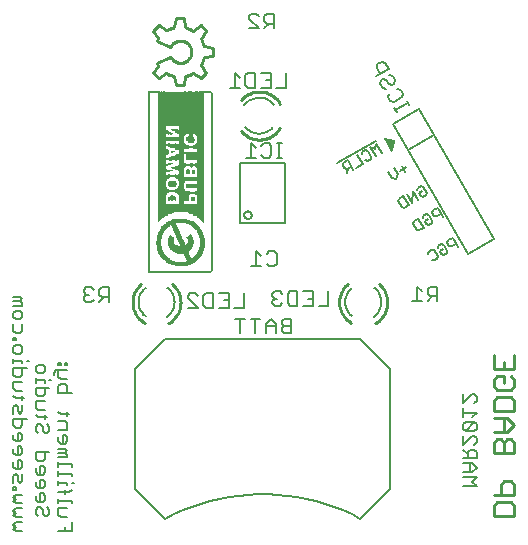
<source format=gbo>
G75*
G70*
%OFA0B0*%
%FSLAX24Y24*%
%IPPOS*%
%LPD*%
%AMOC8*
5,1,8,0,0,1.08239X$1,22.5*
%
%ADD10C,0.0090*%
%ADD11C,0.0060*%
%ADD12C,0.0050*%
%ADD13C,0.0070*%
%ADD14C,0.0100*%
%ADD15C,0.0025*%
%ADD16R,0.0015X0.6045*%
%ADD17R,0.0015X0.6045*%
%ADD18R,0.0015X0.0045*%
%ADD19R,0.0015X0.0045*%
%ADD20R,0.0015X0.0165*%
%ADD21R,0.0015X0.0345*%
%ADD22R,0.0015X0.0465*%
%ADD23R,0.0015X0.0555*%
%ADD24R,0.0015X0.0630*%
%ADD25R,0.0015X0.0705*%
%ADD26R,0.0015X0.4335*%
%ADD27R,0.0015X0.0765*%
%ADD28R,0.0015X0.4320*%
%ADD29R,0.0015X0.0795*%
%ADD30R,0.0015X0.4305*%
%ADD31R,0.0015X0.0855*%
%ADD32R,0.0015X0.4290*%
%ADD33R,0.0015X0.0915*%
%ADD34R,0.0015X0.4275*%
%ADD35R,0.0015X0.0360*%
%ADD36R,0.0015X0.4260*%
%ADD37R,0.0015X0.0315*%
%ADD38R,0.0015X0.4245*%
%ADD39R,0.0015X0.0300*%
%ADD40R,0.0015X0.4230*%
%ADD41R,0.0015X0.0270*%
%ADD42R,0.0015X0.0255*%
%ADD43R,0.0015X0.4215*%
%ADD44R,0.0015X0.0240*%
%ADD45R,0.0015X0.4200*%
%ADD46R,0.0015X0.0225*%
%ADD47R,0.0015X0.4185*%
%ADD48R,0.0015X0.0210*%
%ADD49R,0.0015X0.4170*%
%ADD50R,0.0015X0.4155*%
%ADD51R,0.0015X0.0195*%
%ADD52R,0.0015X0.0405*%
%ADD53R,0.0015X0.0105*%
%ADD54R,0.0015X0.0060*%
%ADD55R,0.0015X0.0075*%
%ADD56R,0.0015X0.0180*%
%ADD57R,0.0015X0.1155*%
%ADD58R,0.0015X0.0390*%
%ADD59R,0.0015X0.0090*%
%ADD60R,0.0015X0.0150*%
%ADD61R,0.0015X0.0135*%
%ADD62R,0.0015X0.0375*%
%ADD63R,0.0015X0.0120*%
%ADD64R,0.0015X0.0330*%
%ADD65R,0.0015X0.0435*%
%ADD66R,0.0015X0.0030*%
%ADD67R,0.0015X0.0480*%
%ADD68R,0.0015X0.0495*%
%ADD69R,0.0015X0.0015*%
%ADD70R,0.0015X0.0285*%
%ADD71R,0.0015X0.0450*%
%ADD72R,0.0015X0.0525*%
%ADD73R,0.0015X0.0885*%
%ADD74R,0.0015X0.3015*%
%ADD75R,0.0015X0.4020*%
%ADD76R,0.0015X0.0600*%
%ADD77R,0.0015X0.0570*%
%ADD78R,0.0015X0.0825*%
%ADD79R,0.0015X0.1440*%
%ADD80R,0.0015X0.1545*%
%ADD81R,0.0015X0.1500*%
%ADD82R,0.0015X0.1485*%
%ADD83R,0.0015X0.1455*%
%ADD84R,0.0015X0.1425*%
%ADD85R,0.0015X0.0510*%
%ADD86R,0.0015X0.0720*%
%ADD87R,0.0015X0.1410*%
%ADD88R,0.0015X0.0750*%
%ADD89R,0.0015X0.0945*%
%ADD90R,0.0015X0.0420*%
%ADD91R,0.0015X0.1395*%
%ADD92R,0.0015X0.1710*%
%ADD93R,0.0015X0.1695*%
%ADD94R,0.0015X0.1515*%
%ADD95R,0.0015X0.2565*%
%ADD96R,0.0015X0.1575*%
%ADD97R,0.0015X0.4350*%
%ADD98R,0.0015X0.4365*%
%ADD99R,0.0015X0.4395*%
%ADD100R,0.0015X0.0060*%
%ADD101R,0.0015X0.5985*%
%ADD102R,0.0015X0.5955*%
%ADD103R,0.0015X0.5910*%
D10*
X017706Y001206D02*
X017706Y001542D01*
X017818Y001653D01*
X018265Y001653D01*
X018377Y001542D01*
X018377Y001206D01*
X017706Y001206D01*
X017706Y001906D02*
X018377Y001906D01*
X018377Y002241D01*
X018265Y002353D01*
X018042Y002353D01*
X017930Y002241D01*
X017930Y001906D01*
X018042Y003306D02*
X018042Y003641D01*
X017930Y003753D01*
X017818Y003753D01*
X017706Y003641D01*
X017706Y003306D01*
X018377Y003306D01*
X018377Y003641D01*
X018265Y003753D01*
X018153Y003753D01*
X018042Y003641D01*
X018042Y004005D02*
X018042Y004452D01*
X018153Y004452D02*
X017706Y004452D01*
X017706Y004705D02*
X017706Y005040D01*
X017818Y005152D01*
X018265Y005152D01*
X018377Y005040D01*
X018377Y004705D01*
X017706Y004705D01*
X018153Y004452D02*
X018377Y004229D01*
X018153Y004005D01*
X017706Y004005D01*
X017818Y005405D02*
X017706Y005517D01*
X017706Y005740D01*
X017818Y005852D01*
X018042Y005852D01*
X018042Y005628D01*
X018265Y005405D02*
X017818Y005405D01*
X018265Y005405D02*
X018377Y005517D01*
X018377Y005740D01*
X018265Y005852D01*
X018377Y006105D02*
X017706Y006105D01*
X017706Y006552D01*
X018042Y006328D02*
X018042Y006105D01*
X018377Y006105D02*
X018377Y006552D01*
D11*
X001765Y000838D02*
X001691Y000765D01*
X001765Y000691D01*
X001985Y000691D01*
X001765Y000838D02*
X001691Y000911D01*
X001765Y000985D01*
X001985Y000985D01*
X001985Y001152D02*
X001765Y001152D01*
X001691Y001225D01*
X001765Y001298D01*
X001691Y001372D01*
X001765Y001445D01*
X001985Y001445D01*
X001985Y001612D02*
X001765Y001612D01*
X001691Y001685D01*
X001765Y001759D01*
X001691Y001832D01*
X001765Y001906D01*
X001985Y001906D01*
X001765Y002072D02*
X001691Y002072D01*
X001691Y002146D01*
X001765Y002146D01*
X001765Y002072D01*
X001691Y002302D02*
X001691Y002523D01*
X001765Y002596D01*
X001838Y002523D01*
X001838Y002376D01*
X001911Y002302D01*
X001985Y002376D01*
X001985Y002596D01*
X001911Y002763D02*
X001985Y002836D01*
X001985Y002983D01*
X001911Y003056D01*
X001838Y003056D01*
X001838Y002763D01*
X001765Y002763D02*
X001911Y002763D01*
X001765Y002763D02*
X001691Y002836D01*
X001691Y002983D01*
X001765Y003223D02*
X001691Y003297D01*
X001691Y003443D01*
X001838Y003517D02*
X001838Y003223D01*
X001765Y003223D02*
X001911Y003223D01*
X001985Y003297D01*
X001985Y003443D01*
X001911Y003517D01*
X001838Y003517D01*
X001838Y003684D02*
X001838Y003977D01*
X001911Y003977D01*
X001985Y003904D01*
X001985Y003757D01*
X001911Y003684D01*
X001765Y003684D01*
X001691Y003757D01*
X001691Y003904D01*
X001765Y004144D02*
X001911Y004144D01*
X001985Y004217D01*
X001985Y004437D01*
X002132Y004437D02*
X001691Y004437D01*
X001691Y004217D01*
X001765Y004144D01*
X002441Y004174D02*
X002441Y004027D01*
X002515Y003953D01*
X002661Y004027D02*
X002661Y004174D01*
X002588Y004247D01*
X002515Y004247D01*
X002441Y004174D01*
X002661Y004027D02*
X002735Y003953D01*
X002808Y003953D01*
X002882Y004027D01*
X002882Y004174D01*
X002808Y004247D01*
X002735Y004414D02*
X002735Y004561D01*
X002808Y004487D02*
X002515Y004487D01*
X002441Y004561D01*
X002515Y004721D02*
X002441Y004794D01*
X002441Y005014D01*
X002735Y005014D01*
X002661Y005181D02*
X002735Y005254D01*
X002735Y005475D01*
X002882Y005475D02*
X002441Y005475D01*
X002441Y005254D01*
X002515Y005181D01*
X002661Y005181D01*
X002735Y004721D02*
X002515Y004721D01*
X001985Y004678D02*
X001985Y004898D01*
X001838Y004824D02*
X001838Y004678D01*
X001911Y004604D01*
X001985Y004678D01*
X001838Y004824D02*
X001765Y004898D01*
X001691Y004824D01*
X001691Y004604D01*
X001765Y005138D02*
X001691Y005211D01*
X001765Y005138D02*
X002058Y005138D01*
X001985Y005065D02*
X001985Y005211D01*
X001985Y005371D02*
X001765Y005371D01*
X001691Y005445D01*
X001691Y005665D01*
X001985Y005665D01*
X001911Y005832D02*
X001985Y005905D01*
X001985Y006125D01*
X002132Y006125D02*
X001691Y006125D01*
X001691Y005905D01*
X001765Y005832D01*
X001911Y005832D01*
X001985Y006292D02*
X001985Y006366D01*
X001691Y006366D01*
X001691Y006439D02*
X001691Y006292D01*
X001765Y006599D02*
X001691Y006672D01*
X001691Y006819D01*
X001765Y006893D01*
X001911Y006893D01*
X001985Y006819D01*
X001985Y006672D01*
X001911Y006599D01*
X001765Y006599D01*
X002132Y006366D02*
X002205Y006366D01*
X002441Y006168D02*
X002515Y006242D01*
X002661Y006242D01*
X002735Y006168D01*
X002735Y006022D01*
X002661Y005948D01*
X002515Y005948D01*
X002441Y006022D01*
X002441Y006168D01*
X002441Y005788D02*
X002441Y005641D01*
X002441Y005715D02*
X002735Y005715D01*
X002735Y005641D01*
X002882Y005715D02*
X002955Y005715D01*
X003044Y005902D02*
X003044Y005975D01*
X003118Y006049D01*
X003485Y006049D01*
X003485Y006215D02*
X003411Y006215D01*
X003411Y006289D01*
X003485Y006289D01*
X003485Y006215D01*
X003265Y006215D02*
X003191Y006215D01*
X003191Y006289D01*
X003265Y006289D01*
X003265Y006215D01*
X003191Y006049D02*
X003191Y005828D01*
X003265Y005755D01*
X003485Y005755D01*
X003411Y005588D02*
X003265Y005588D01*
X003191Y005515D01*
X003191Y005295D01*
X003632Y005295D01*
X003485Y005295D02*
X003485Y005515D01*
X003411Y005588D01*
X003485Y004674D02*
X003485Y004527D01*
X003558Y004601D02*
X003265Y004601D01*
X003191Y004674D01*
X003191Y004361D02*
X003411Y004361D01*
X003485Y004287D01*
X003485Y004067D01*
X003191Y004067D01*
X003338Y003900D02*
X003338Y003607D01*
X003265Y003607D02*
X003411Y003607D01*
X003485Y003680D01*
X003485Y003827D01*
X003411Y003900D01*
X003338Y003900D01*
X003191Y003827D02*
X003191Y003680D01*
X003265Y003607D01*
X003191Y003440D02*
X003411Y003440D01*
X003485Y003367D01*
X003411Y003293D01*
X003191Y003293D01*
X003191Y003146D02*
X003485Y003146D01*
X003485Y003220D01*
X003411Y003293D01*
X003191Y002986D02*
X003191Y002840D01*
X003191Y002913D02*
X003632Y002913D01*
X003632Y002840D01*
X003632Y002606D02*
X003191Y002606D01*
X003191Y002533D02*
X003191Y002679D01*
X003632Y002606D02*
X003632Y002533D01*
X003632Y002299D02*
X003705Y002299D01*
X003485Y002299D02*
X003191Y002299D01*
X003191Y002226D02*
X003191Y002373D01*
X003485Y002299D02*
X003485Y002226D01*
X003411Y002066D02*
X003411Y001919D01*
X003558Y001992D02*
X003632Y002066D01*
X003558Y001992D02*
X003191Y001992D01*
X003191Y001759D02*
X003191Y001612D01*
X003191Y001685D02*
X003632Y001685D01*
X003632Y001612D01*
X003485Y001445D02*
X003191Y001445D01*
X003191Y001225D01*
X003265Y001152D01*
X003485Y001152D01*
X003632Y000985D02*
X003632Y000691D01*
X003191Y000691D01*
X003411Y000691D02*
X003411Y000838D01*
X002882Y001265D02*
X002808Y001191D01*
X002735Y001191D01*
X002661Y001265D01*
X002661Y001411D01*
X002588Y001485D01*
X002515Y001485D01*
X002441Y001411D01*
X002441Y001265D01*
X002515Y001191D01*
X002882Y001265D02*
X002882Y001411D01*
X002808Y001485D01*
X002661Y001652D02*
X002515Y001652D01*
X002441Y001725D01*
X002441Y001872D01*
X002588Y001945D02*
X002588Y001652D01*
X002661Y001652D02*
X002735Y001725D01*
X002735Y001872D01*
X002661Y001945D01*
X002588Y001945D01*
X002588Y002112D02*
X002588Y002406D01*
X002661Y002406D01*
X002735Y002332D01*
X002735Y002185D01*
X002661Y002112D01*
X002515Y002112D01*
X002441Y002185D01*
X002441Y002332D01*
X002515Y002572D02*
X002661Y002572D01*
X002735Y002646D01*
X002735Y002792D01*
X002661Y002866D01*
X002588Y002866D01*
X002588Y002572D01*
X002515Y002572D02*
X002441Y002646D01*
X002441Y002792D01*
X002515Y003033D02*
X002661Y003033D01*
X002735Y003106D01*
X002735Y003326D01*
X002882Y003326D02*
X002441Y003326D01*
X002441Y003106D01*
X002515Y003033D01*
X001765Y007059D02*
X001691Y007059D01*
X001691Y007133D01*
X001765Y007133D01*
X001765Y007059D01*
X001765Y007290D02*
X001691Y007363D01*
X001691Y007583D01*
X001765Y007750D02*
X001691Y007823D01*
X001691Y007970D01*
X001765Y008044D01*
X001911Y008044D01*
X001985Y007970D01*
X001985Y007823D01*
X001911Y007750D01*
X001765Y007750D01*
X001985Y007583D02*
X001985Y007363D01*
X001911Y007290D01*
X001765Y007290D01*
X001691Y008210D02*
X001985Y008210D01*
X001985Y008284D01*
X001911Y008357D01*
X001985Y008430D01*
X001911Y008504D01*
X001691Y008504D01*
X001691Y008357D02*
X001911Y008357D01*
X005860Y008323D02*
X005862Y008278D01*
X005867Y008232D01*
X005875Y008188D01*
X005887Y008144D01*
X005903Y008101D01*
X005921Y008059D01*
X005943Y008019D01*
X005967Y007981D01*
X005994Y007945D01*
X006024Y007910D01*
X006057Y007879D01*
X006092Y007849D01*
X005860Y008323D02*
X005862Y008368D01*
X005867Y008414D01*
X005875Y008458D01*
X005887Y008502D01*
X005903Y008545D01*
X005921Y008587D01*
X005943Y008627D01*
X005967Y008665D01*
X005994Y008701D01*
X006024Y008736D01*
X006057Y008767D01*
X006092Y008797D01*
X007060Y008323D02*
X007058Y008277D01*
X007053Y008231D01*
X007044Y008185D01*
X007032Y008140D01*
X007016Y008097D01*
X006997Y008055D01*
X006974Y008014D01*
X006949Y007975D01*
X006921Y007939D01*
X006890Y007904D01*
X006856Y007872D01*
X006820Y007843D01*
X007060Y008323D02*
X007058Y008370D01*
X007052Y008418D01*
X007043Y008464D01*
X007030Y008510D01*
X007014Y008554D01*
X006994Y008598D01*
X006970Y008639D01*
X006944Y008678D01*
X006914Y008715D01*
X006881Y008750D01*
X006846Y008782D01*
X006809Y008811D01*
X012750Y008323D02*
X012752Y008278D01*
X012757Y008232D01*
X012765Y008188D01*
X012777Y008144D01*
X012793Y008101D01*
X012811Y008059D01*
X012833Y008019D01*
X012857Y007981D01*
X012884Y007945D01*
X012914Y007910D01*
X012947Y007879D01*
X012982Y007849D01*
X012750Y008323D02*
X012752Y008368D01*
X012757Y008414D01*
X012765Y008458D01*
X012777Y008502D01*
X012793Y008545D01*
X012811Y008587D01*
X012833Y008627D01*
X012857Y008665D01*
X012884Y008701D01*
X012914Y008736D01*
X012947Y008767D01*
X012982Y008797D01*
X013950Y008323D02*
X013948Y008277D01*
X013943Y008231D01*
X013934Y008185D01*
X013922Y008140D01*
X013906Y008097D01*
X013887Y008055D01*
X013864Y008014D01*
X013839Y007975D01*
X013811Y007939D01*
X013780Y007904D01*
X013746Y007872D01*
X013710Y007843D01*
X013950Y008323D02*
X013948Y008370D01*
X013942Y008418D01*
X013933Y008464D01*
X013920Y008510D01*
X013904Y008554D01*
X013884Y008598D01*
X013860Y008639D01*
X013834Y008678D01*
X013804Y008715D01*
X013771Y008750D01*
X013736Y008782D01*
X013699Y008811D01*
X016849Y009942D02*
X017715Y010442D01*
X015715Y013906D01*
X014849Y013406D01*
X016849Y009942D01*
X014849Y013406D02*
X014349Y014272D01*
X015215Y014772D01*
X015715Y013906D01*
X010353Y014173D02*
X010323Y014138D01*
X010292Y014105D01*
X010257Y014075D01*
X010221Y014048D01*
X010183Y014024D01*
X010143Y014002D01*
X010101Y013984D01*
X010058Y013968D01*
X010014Y013956D01*
X009970Y013948D01*
X009924Y013943D01*
X009879Y013941D01*
X009834Y013943D01*
X009788Y013948D01*
X009744Y013956D01*
X009700Y013968D01*
X009657Y013984D01*
X009615Y014002D01*
X009575Y014024D01*
X009537Y014048D01*
X009501Y014075D01*
X009466Y014105D01*
X009435Y014138D01*
X009405Y014173D01*
X009879Y015141D02*
X009925Y015139D01*
X009971Y015134D01*
X010017Y015125D01*
X010062Y015113D01*
X010105Y015097D01*
X010147Y015078D01*
X010188Y015055D01*
X010227Y015030D01*
X010263Y015002D01*
X010298Y014971D01*
X010330Y014937D01*
X010359Y014901D01*
X009879Y015141D02*
X009832Y015139D01*
X009784Y015133D01*
X009738Y015124D01*
X009692Y015111D01*
X009648Y015095D01*
X009604Y015075D01*
X009563Y015051D01*
X009524Y015025D01*
X009487Y014995D01*
X009452Y014962D01*
X009420Y014927D01*
X009391Y014890D01*
X016691Y005247D02*
X016691Y004953D01*
X016985Y005247D01*
X017058Y005247D01*
X017132Y005174D01*
X017132Y005027D01*
X017058Y004953D01*
X017132Y004640D02*
X016691Y004640D01*
X016691Y004493D02*
X016691Y004787D01*
X016985Y004493D02*
X017132Y004640D01*
X017058Y004326D02*
X016765Y004326D01*
X016691Y004253D01*
X016691Y004106D01*
X016765Y004033D01*
X017058Y004326D01*
X017132Y004253D01*
X017132Y004106D01*
X017058Y004033D01*
X016765Y004033D01*
X016691Y003866D02*
X016691Y003572D01*
X016985Y003866D01*
X017058Y003866D01*
X017132Y003792D01*
X017132Y003646D01*
X017058Y003572D01*
X017058Y003406D02*
X016911Y003406D01*
X016838Y003332D01*
X016838Y003112D01*
X016838Y003259D02*
X016691Y003406D01*
X016691Y003112D02*
X017132Y003112D01*
X017132Y003332D01*
X017058Y003406D01*
X016985Y002945D02*
X016691Y002945D01*
X016911Y002945D02*
X016911Y002652D01*
X016985Y002652D02*
X017132Y002798D01*
X016985Y002945D01*
X016985Y002652D02*
X016691Y002652D01*
X016691Y002485D02*
X017132Y002485D01*
X016985Y002338D01*
X017132Y002191D01*
X016691Y002191D01*
D12*
X014254Y002098D02*
X014254Y006098D01*
X013254Y007098D01*
X006754Y007098D01*
X005754Y006098D01*
X005754Y002098D01*
X006754Y001098D01*
X007041Y001245D01*
X007335Y001378D01*
X007635Y001497D01*
X007940Y001602D01*
X008249Y001693D01*
X008563Y001768D01*
X008880Y001829D01*
X009199Y001874D01*
X009520Y001905D01*
X009843Y001920D01*
X010165Y001920D01*
X010488Y001905D01*
X010809Y001874D01*
X011128Y001829D01*
X011445Y001768D01*
X011759Y001693D01*
X012068Y001602D01*
X012373Y001497D01*
X012673Y001378D01*
X012967Y001245D01*
X013254Y001098D01*
X014254Y002098D01*
X015713Y009714D02*
X015633Y009736D01*
X015713Y009714D02*
X015814Y009773D01*
X015835Y009853D01*
X015718Y010055D01*
X015639Y010076D01*
X015537Y010018D01*
X015516Y009938D01*
X015835Y010122D02*
X015856Y010202D01*
X015958Y010260D01*
X016037Y010239D01*
X016154Y010037D01*
X016133Y009957D01*
X016032Y009899D01*
X015952Y009920D01*
X015893Y010021D01*
X015995Y010079D01*
X016212Y010205D02*
X016154Y010306D01*
X016175Y010386D01*
X016327Y010474D01*
X016502Y010170D01*
X016444Y010271D02*
X016292Y010184D01*
X016212Y010205D01*
X015364Y010802D02*
X015213Y010714D01*
X015133Y010736D01*
X015016Y010938D01*
X015037Y011018D01*
X015189Y011105D01*
X015364Y010802D01*
X015452Y010920D02*
X015393Y011021D01*
X015495Y011079D01*
X015654Y011037D02*
X015537Y011239D01*
X015458Y011260D01*
X015356Y011202D01*
X015335Y011122D01*
X015452Y010920D02*
X015532Y010899D01*
X015633Y010957D01*
X015654Y011037D01*
X015712Y011205D02*
X015792Y011184D01*
X015944Y011271D01*
X016002Y011170D02*
X015827Y011474D01*
X015675Y011386D01*
X015654Y011306D01*
X015712Y011205D01*
X015183Y011736D02*
X015008Y012040D01*
X014981Y011619D01*
X014806Y011923D01*
X014689Y011855D02*
X014537Y011768D01*
X014516Y011688D01*
X014633Y011486D01*
X014713Y011464D01*
X014864Y011552D01*
X014689Y011855D01*
X015154Y012056D02*
X015175Y012136D01*
X015276Y012195D01*
X015356Y012173D01*
X015473Y011971D01*
X015452Y011891D01*
X015350Y011833D01*
X015271Y011854D01*
X015212Y011955D01*
X015314Y012014D01*
X014457Y012428D02*
X014500Y012587D01*
X014383Y012790D01*
X014587Y012705D02*
X014790Y012822D01*
X014747Y012663D02*
X014630Y012865D01*
X014457Y012428D02*
X014298Y012471D01*
X014181Y012673D01*
X013763Y013179D02*
X013587Y013482D01*
X013747Y013439D01*
X013790Y013599D01*
X013965Y013295D01*
X013617Y013162D02*
X013595Y013082D01*
X013494Y013024D01*
X013414Y013045D01*
X013327Y012927D02*
X013125Y012810D01*
X013008Y012743D02*
X012833Y013046D01*
X012681Y012959D01*
X012660Y012879D01*
X012718Y012778D01*
X012798Y012756D01*
X012950Y012844D01*
X012848Y012786D02*
X012806Y012626D01*
X013327Y012927D02*
X013152Y013230D01*
X013298Y013247D02*
X013319Y013327D01*
X013420Y013385D01*
X013500Y013364D01*
X013617Y013162D01*
X013761Y013698D02*
X012486Y012961D01*
X010754Y012972D02*
X009254Y012972D01*
X009254Y010972D01*
X010754Y010972D01*
X010754Y012972D01*
X009379Y011222D02*
X009381Y011244D01*
X009387Y011265D01*
X009396Y011284D01*
X009408Y011302D01*
X009424Y011318D01*
X009441Y011330D01*
X009461Y011339D01*
X009482Y011345D01*
X009504Y011347D01*
X009526Y011345D01*
X009547Y011339D01*
X009566Y011330D01*
X009584Y011318D01*
X009600Y011302D01*
X009612Y011284D01*
X009621Y011265D01*
X009627Y011244D01*
X009629Y011222D01*
X009627Y011200D01*
X009621Y011179D01*
X009612Y011160D01*
X009600Y011142D01*
X009584Y011126D01*
X009567Y011114D01*
X009547Y011105D01*
X009526Y011099D01*
X009504Y011097D01*
X009482Y011099D01*
X009461Y011105D01*
X009441Y011114D01*
X009424Y011126D01*
X009408Y011142D01*
X009396Y011159D01*
X009387Y011179D01*
X009381Y011200D01*
X009379Y011222D01*
D13*
X009780Y010018D02*
X009780Y009528D01*
X009943Y009528D02*
X009616Y009528D01*
X009943Y009855D02*
X009780Y010018D01*
X010132Y009937D02*
X010214Y010018D01*
X010377Y010018D01*
X010459Y009937D01*
X010459Y009610D01*
X010377Y009528D01*
X010214Y009528D01*
X010132Y009610D01*
X010397Y008687D02*
X010315Y008605D01*
X010315Y008523D01*
X010397Y008441D01*
X010315Y008360D01*
X010315Y008278D01*
X010397Y008196D01*
X010560Y008196D01*
X010642Y008278D01*
X010831Y008278D02*
X010912Y008196D01*
X011157Y008196D01*
X011157Y008687D01*
X010912Y008687D01*
X010831Y008605D01*
X010831Y008278D01*
X010642Y008605D02*
X010560Y008687D01*
X010397Y008687D01*
X010397Y008441D02*
X010478Y008441D01*
X011346Y008196D02*
X011673Y008196D01*
X011673Y008687D01*
X011346Y008687D01*
X011510Y008441D02*
X011673Y008441D01*
X012189Y008687D02*
X012189Y008196D01*
X011862Y008196D01*
X010953Y007773D02*
X010708Y007773D01*
X010626Y007692D01*
X010626Y007610D01*
X010708Y007528D01*
X010953Y007528D01*
X010953Y007283D02*
X010708Y007283D01*
X010626Y007365D01*
X010626Y007446D01*
X010708Y007528D01*
X010437Y007528D02*
X010110Y007528D01*
X010110Y007610D02*
X010110Y007283D01*
X010437Y007283D02*
X010437Y007610D01*
X010274Y007773D01*
X010110Y007610D01*
X009922Y007773D02*
X009595Y007773D01*
X009758Y007773D02*
X009758Y007283D01*
X009243Y007283D02*
X009243Y007773D01*
X009406Y007773D02*
X009079Y007773D01*
X009049Y008134D02*
X009376Y008134D01*
X009376Y008624D01*
X008861Y008624D02*
X008861Y008134D01*
X008534Y008134D01*
X008345Y008134D02*
X008100Y008134D01*
X008018Y008216D01*
X008018Y008542D01*
X008100Y008624D01*
X008345Y008624D01*
X008345Y008134D01*
X008697Y008379D02*
X008861Y008379D01*
X008861Y008624D02*
X008534Y008624D01*
X007829Y008542D02*
X007748Y008624D01*
X007584Y008624D01*
X007502Y008542D01*
X007502Y008461D01*
X007829Y008134D01*
X007502Y008134D01*
X004882Y008327D02*
X004882Y008817D01*
X004637Y008817D01*
X004555Y008735D01*
X004555Y008572D01*
X004637Y008490D01*
X004882Y008490D01*
X004719Y008490D02*
X004555Y008327D01*
X004366Y008408D02*
X004285Y008327D01*
X004121Y008327D01*
X004039Y008408D01*
X004039Y008490D01*
X004121Y008572D01*
X004203Y008572D01*
X004121Y008572D02*
X004039Y008654D01*
X004039Y008735D01*
X004121Y008817D01*
X004285Y008817D01*
X004366Y008735D01*
X009440Y013134D02*
X009767Y013134D01*
X009603Y013134D02*
X009603Y013624D01*
X009767Y013461D01*
X009956Y013542D02*
X010037Y013624D01*
X010201Y013624D01*
X010283Y013542D01*
X010283Y013215D01*
X010201Y013134D01*
X010037Y013134D01*
X009956Y013215D01*
X010463Y013134D02*
X010626Y013134D01*
X010545Y013134D02*
X010545Y013624D01*
X010626Y013624D02*
X010463Y013624D01*
X010452Y015474D02*
X010779Y015474D01*
X010779Y015965D01*
X010264Y015965D02*
X010264Y015474D01*
X009937Y015474D01*
X009748Y015474D02*
X009503Y015474D01*
X009421Y015556D01*
X009421Y015883D01*
X009503Y015965D01*
X009748Y015965D01*
X009748Y015474D01*
X010100Y015720D02*
X010264Y015720D01*
X010264Y015965D02*
X009937Y015965D01*
X009233Y015801D02*
X009069Y015965D01*
X009069Y015474D01*
X008906Y015474D02*
X009233Y015474D01*
X009534Y017446D02*
X009861Y017446D01*
X009534Y017773D01*
X009534Y017855D01*
X009615Y017937D01*
X009779Y017937D01*
X009861Y017855D01*
X010049Y017855D02*
X010049Y017691D01*
X010131Y017610D01*
X010376Y017610D01*
X010213Y017610D02*
X010049Y017446D01*
X010376Y017446D02*
X010376Y017937D01*
X010131Y017937D01*
X010049Y017855D01*
X013824Y016251D02*
X013794Y016139D01*
X013917Y015927D01*
X013775Y015845D02*
X014200Y016090D01*
X014077Y016302D01*
X013965Y016332D01*
X013824Y016251D01*
X014223Y015886D02*
X014335Y015856D01*
X014417Y015714D01*
X014387Y015603D01*
X014316Y015562D01*
X014204Y015592D01*
X014123Y015733D01*
X014011Y015763D01*
X013940Y015722D01*
X013910Y015611D01*
X013992Y015469D01*
X014104Y015439D01*
X014198Y015276D02*
X014168Y015164D01*
X014250Y015022D01*
X014361Y014993D01*
X014645Y015156D01*
X014674Y015268D01*
X014593Y015409D01*
X014481Y015439D01*
X014805Y015041D02*
X014887Y014899D01*
X014846Y014970D02*
X014422Y014725D01*
X014462Y014654D02*
X014381Y014796D01*
X015143Y008843D02*
X015143Y008352D01*
X015306Y008352D02*
X014979Y008352D01*
X015306Y008679D02*
X015143Y008843D01*
X015495Y008761D02*
X015495Y008597D01*
X015577Y008516D01*
X015822Y008516D01*
X015658Y008516D02*
X015495Y008352D01*
X015822Y008352D02*
X015822Y008843D01*
X015577Y008843D01*
X015495Y008761D01*
X010953Y007773D02*
X010953Y007283D01*
D14*
X012550Y008323D02*
X012552Y008267D01*
X012558Y008211D01*
X012568Y008156D01*
X012581Y008102D01*
X012599Y008048D01*
X012620Y007996D01*
X012644Y007946D01*
X012673Y007897D01*
X012704Y007851D01*
X012739Y007807D01*
X012776Y007765D01*
X012817Y007727D01*
X012860Y007691D01*
X012905Y007658D01*
X012953Y007628D01*
X012550Y008323D02*
X012552Y008376D01*
X012557Y008430D01*
X012566Y008482D01*
X012578Y008534D01*
X012594Y008585D01*
X012613Y008635D01*
X012636Y008684D01*
X012662Y008731D01*
X012690Y008776D01*
X012722Y008819D01*
X012756Y008859D01*
X012794Y008898D01*
X012833Y008934D01*
X014150Y008323D02*
X014148Y008269D01*
X014143Y008215D01*
X014134Y008162D01*
X014121Y008109D01*
X014105Y008058D01*
X014085Y008008D01*
X014062Y007959D01*
X014036Y007911D01*
X014007Y007866D01*
X013974Y007823D01*
X013939Y007782D01*
X013901Y007743D01*
X013861Y007707D01*
X013818Y007674D01*
X013773Y007644D01*
X013726Y007617D01*
X014150Y008323D02*
X014148Y008377D01*
X014143Y008430D01*
X014134Y008484D01*
X014121Y008536D01*
X014105Y008587D01*
X014085Y008638D01*
X014063Y008687D01*
X014037Y008734D01*
X014007Y008779D01*
X013975Y008822D01*
X013940Y008863D01*
X013902Y008902D01*
X013862Y008938D01*
X006063Y007628D02*
X006015Y007658D01*
X005970Y007691D01*
X005927Y007727D01*
X005886Y007765D01*
X005849Y007807D01*
X005814Y007851D01*
X005783Y007897D01*
X005754Y007946D01*
X005730Y007996D01*
X005709Y008048D01*
X005691Y008102D01*
X005678Y008156D01*
X005668Y008211D01*
X005662Y008267D01*
X005660Y008323D01*
X005662Y008376D01*
X005667Y008430D01*
X005676Y008482D01*
X005688Y008534D01*
X005704Y008585D01*
X005723Y008635D01*
X005746Y008684D01*
X005772Y008731D01*
X005800Y008776D01*
X005832Y008819D01*
X005866Y008859D01*
X005904Y008898D01*
X005943Y008934D01*
X007260Y008323D02*
X007258Y008269D01*
X007253Y008215D01*
X007244Y008162D01*
X007231Y008109D01*
X007215Y008058D01*
X007195Y008008D01*
X007172Y007959D01*
X007146Y007911D01*
X007117Y007866D01*
X007084Y007823D01*
X007049Y007782D01*
X007011Y007743D01*
X006971Y007707D01*
X006928Y007674D01*
X006883Y007644D01*
X006836Y007617D01*
X007260Y008323D02*
X007258Y008377D01*
X007253Y008430D01*
X007244Y008484D01*
X007231Y008536D01*
X007215Y008587D01*
X007195Y008638D01*
X007173Y008687D01*
X007147Y008734D01*
X007117Y008779D01*
X007085Y008822D01*
X007050Y008863D01*
X007012Y008902D01*
X006972Y008938D01*
X009268Y014024D02*
X009304Y013985D01*
X009343Y013947D01*
X009383Y013913D01*
X009426Y013881D01*
X009471Y013853D01*
X009518Y013827D01*
X009567Y013804D01*
X009617Y013785D01*
X009668Y013769D01*
X009720Y013757D01*
X009772Y013748D01*
X009826Y013743D01*
X009879Y013741D01*
X009935Y013743D01*
X009991Y013749D01*
X010046Y013759D01*
X010100Y013772D01*
X010154Y013790D01*
X010206Y013811D01*
X010256Y013835D01*
X010305Y013864D01*
X010351Y013895D01*
X010395Y013930D01*
X010437Y013967D01*
X010475Y014008D01*
X010511Y014051D01*
X010544Y014096D01*
X010574Y014144D01*
X009879Y015341D02*
X009825Y015339D01*
X009772Y015334D01*
X009718Y015325D01*
X009666Y015312D01*
X009615Y015296D01*
X009564Y015276D01*
X009515Y015254D01*
X009468Y015228D01*
X009423Y015198D01*
X009380Y015166D01*
X009339Y015131D01*
X009300Y015093D01*
X009264Y015053D01*
X009879Y015341D02*
X009933Y015339D01*
X009987Y015334D01*
X010040Y015325D01*
X010093Y015312D01*
X010144Y015296D01*
X010194Y015276D01*
X010243Y015253D01*
X010291Y015227D01*
X010336Y015198D01*
X010379Y015165D01*
X010420Y015130D01*
X010459Y015092D01*
X010495Y015052D01*
X010528Y015009D01*
X010558Y014964D01*
X010585Y014917D01*
X008353Y016530D02*
X008353Y016800D01*
X008033Y016850D01*
X007933Y017100D02*
X008113Y017360D01*
X007933Y017550D01*
X007673Y017370D01*
X007423Y017480D02*
X007363Y017780D01*
X007103Y017780D01*
X007053Y017480D01*
X006783Y017380D02*
X006543Y017550D01*
X006353Y017360D01*
X006523Y017120D01*
X006463Y017020D01*
X006913Y016830D01*
X006783Y017380D02*
X006824Y017403D01*
X006867Y017424D01*
X006912Y017442D01*
X006957Y017457D01*
X007003Y017470D01*
X007050Y017480D01*
X007424Y017478D02*
X007476Y017463D01*
X007527Y017444D01*
X007577Y017422D01*
X007625Y017397D01*
X007672Y017368D01*
X006923Y016830D02*
X006941Y016863D01*
X006962Y016893D01*
X006986Y016922D01*
X007013Y016948D01*
X007042Y016970D01*
X007074Y016990D01*
X007107Y017007D01*
X007142Y017020D01*
X007178Y017029D01*
X007215Y017035D01*
X007252Y017037D01*
X007289Y017035D01*
X007326Y017030D01*
X007362Y017020D01*
X007397Y017008D01*
X007431Y016991D01*
X007462Y016972D01*
X007492Y016949D01*
X007519Y016923D01*
X007543Y016895D01*
X007564Y016864D01*
X007582Y016832D01*
X007597Y016798D01*
X007608Y016762D01*
X007616Y016726D01*
X007620Y016689D01*
X007620Y016651D01*
X007616Y016614D01*
X007608Y016578D01*
X007597Y016542D01*
X007582Y016508D01*
X007564Y016476D01*
X007543Y016445D01*
X007519Y016417D01*
X007492Y016391D01*
X007462Y016368D01*
X007431Y016349D01*
X007397Y016332D01*
X007362Y016320D01*
X007326Y016310D01*
X007289Y016305D01*
X007252Y016303D01*
X007215Y016305D01*
X007178Y016311D01*
X007142Y016320D01*
X007107Y016333D01*
X007074Y016350D01*
X007042Y016370D01*
X007013Y016392D01*
X006986Y016418D01*
X006962Y016447D01*
X006941Y016477D01*
X006923Y016510D01*
X006913Y016510D02*
X006463Y016310D01*
X006523Y016210D01*
X006353Y015970D01*
X006543Y015790D01*
X006783Y015950D01*
X007053Y015850D02*
X007103Y015550D01*
X007363Y015550D01*
X007423Y015850D01*
X007673Y015960D02*
X007933Y015780D01*
X008113Y015970D01*
X007933Y016230D01*
X008033Y016480D02*
X008353Y016530D01*
X008033Y016472D02*
X008020Y016422D01*
X008003Y016373D01*
X007984Y016325D01*
X007961Y016278D01*
X007936Y016233D01*
X007668Y015960D02*
X007622Y015933D01*
X007574Y015909D01*
X007525Y015888D01*
X007474Y015870D01*
X007423Y015856D01*
X007052Y015850D02*
X006996Y015863D01*
X006941Y015880D01*
X006888Y015901D01*
X006836Y015925D01*
X006786Y015953D01*
X008036Y016855D02*
X008022Y016907D01*
X008005Y016958D01*
X007985Y017008D01*
X007962Y017057D01*
X007935Y017104D01*
D15*
X014041Y013806D02*
X014383Y013714D01*
X014291Y013373D01*
X014041Y013806D01*
X014048Y013794D02*
X014087Y013794D01*
X014062Y013770D02*
X014174Y013770D01*
X014262Y013747D02*
X014075Y013747D01*
X014089Y013723D02*
X014350Y013723D01*
X014379Y013700D02*
X014103Y013700D01*
X014116Y013676D02*
X014373Y013676D01*
X014366Y013653D02*
X014130Y013653D01*
X014143Y013629D02*
X014360Y013629D01*
X014354Y013606D02*
X014157Y013606D01*
X014170Y013582D02*
X014347Y013582D01*
X014341Y013559D02*
X014184Y013559D01*
X014198Y013535D02*
X014335Y013535D01*
X014329Y013511D02*
X014211Y013511D01*
X014225Y013488D02*
X014322Y013488D01*
X014316Y013464D02*
X014238Y013464D01*
X014252Y013441D02*
X014310Y013441D01*
X014303Y013417D02*
X014265Y013417D01*
X014279Y013394D02*
X014297Y013394D01*
D16*
X006222Y012321D03*
D17*
X006237Y012321D03*
X006252Y012321D03*
D18*
X006267Y009321D03*
X006282Y009321D03*
X006297Y009321D03*
X006312Y009321D03*
X006327Y009321D03*
X006342Y009321D03*
X006357Y009321D03*
X006372Y009321D03*
X006387Y009321D03*
X006402Y009321D03*
X006417Y009321D03*
X006432Y009321D03*
X006447Y009321D03*
X006462Y009321D03*
X006477Y009321D03*
X006492Y009321D03*
X006507Y009321D03*
X006522Y009321D03*
X006537Y009321D03*
X006552Y009321D03*
X006567Y009321D03*
X006582Y009321D03*
X006597Y009321D03*
X006612Y009321D03*
X006627Y009321D03*
X006642Y009321D03*
X006657Y009321D03*
X006672Y009321D03*
X006687Y009321D03*
X006702Y009321D03*
X006717Y009321D03*
X006732Y009321D03*
X006747Y009321D03*
X006762Y009321D03*
X006777Y009321D03*
X006792Y009321D03*
X006807Y009321D03*
X006822Y009321D03*
X006837Y009321D03*
X006852Y009321D03*
X006867Y009321D03*
X006882Y009321D03*
X006897Y009321D03*
X006912Y009321D03*
X006927Y009321D03*
X006942Y009321D03*
X006957Y009321D03*
X006972Y009321D03*
X006987Y009321D03*
X007002Y009321D03*
X007017Y009321D03*
X007032Y009321D03*
X007047Y009321D03*
X007062Y009321D03*
X007077Y009321D03*
X007092Y009321D03*
X007107Y009321D03*
X007122Y009321D03*
X007137Y009321D03*
X007152Y009321D03*
X007167Y009321D03*
X007182Y009321D03*
X007197Y009321D03*
X007212Y009321D03*
X007227Y009321D03*
X007242Y009321D03*
X007257Y009321D03*
X007272Y009321D03*
X007287Y009321D03*
X007302Y009321D03*
X007317Y009321D03*
X007332Y009321D03*
X007347Y009321D03*
X007362Y009321D03*
X007377Y009321D03*
X007392Y009321D03*
X007407Y009321D03*
X007422Y009321D03*
X007437Y009321D03*
X007452Y009321D03*
X007467Y009321D03*
X007482Y009321D03*
X007497Y009321D03*
X007512Y009321D03*
X007527Y009321D03*
X007542Y009321D03*
X007557Y009321D03*
X007572Y009321D03*
X007587Y009321D03*
X007602Y009321D03*
X007617Y009321D03*
X007632Y009321D03*
X007647Y009321D03*
X007662Y009321D03*
X007677Y009321D03*
X007692Y009321D03*
X007707Y009321D03*
X007722Y009321D03*
X007737Y009321D03*
X007752Y009321D03*
X007767Y009321D03*
X007782Y009321D03*
X007797Y009321D03*
X007812Y009321D03*
X007827Y009321D03*
X007842Y009321D03*
X007857Y009321D03*
X007872Y009321D03*
X007887Y009321D03*
X007902Y009321D03*
X007917Y009321D03*
X007932Y009321D03*
X007947Y009321D03*
X007962Y009321D03*
X007977Y009321D03*
X007992Y009321D03*
X008007Y009321D03*
X008022Y009321D03*
X008037Y009321D03*
X008052Y009321D03*
X008067Y009321D03*
X008082Y009321D03*
X008097Y009321D03*
X008112Y009321D03*
X008127Y009321D03*
X008142Y009321D03*
X008157Y009321D03*
X008172Y009321D03*
X008187Y009321D03*
X008202Y009321D03*
X008217Y009321D03*
X008232Y009321D03*
X008247Y009321D03*
D19*
X007047Y010446D03*
X007137Y012261D03*
X006912Y012696D03*
X006897Y012696D03*
X006882Y012696D03*
X006912Y012921D03*
X006927Y012921D03*
X006942Y012921D03*
X007017Y013326D03*
X006972Y013941D03*
X006957Y013941D03*
X007017Y014061D03*
X007032Y014061D03*
X006537Y015321D03*
X006522Y015321D03*
X006507Y015321D03*
X006492Y015321D03*
X006477Y015321D03*
X006462Y015321D03*
X006447Y015321D03*
X006432Y015321D03*
X006417Y015321D03*
X006402Y015321D03*
X006387Y015321D03*
X006372Y015321D03*
X006357Y015321D03*
X006342Y015321D03*
X006327Y015321D03*
X006312Y015321D03*
X006297Y015321D03*
X006282Y015321D03*
X006267Y015321D03*
X008067Y015321D03*
X008082Y015321D03*
X008097Y015321D03*
X008112Y015321D03*
X008127Y015321D03*
X008142Y015321D03*
X008157Y015321D03*
X008172Y015321D03*
X008187Y015321D03*
X008202Y015321D03*
X008217Y015321D03*
X008232Y015321D03*
X008247Y015321D03*
D20*
X007212Y014001D03*
X007512Y013746D03*
X007707Y013746D03*
X007797Y013521D03*
X007422Y013521D03*
X007077Y013521D03*
X007062Y013521D03*
X007047Y013521D03*
X006852Y013326D03*
X007062Y013131D03*
X007077Y013131D03*
X007092Y013131D03*
X007197Y012801D03*
X007392Y012861D03*
X007512Y012681D03*
X007527Y012681D03*
X007542Y012681D03*
X007407Y012411D03*
X007527Y012201D03*
X007542Y012201D03*
X007557Y012201D03*
X007572Y012201D03*
X007587Y012201D03*
X007602Y012201D03*
X007617Y012201D03*
X007632Y012201D03*
X007647Y012201D03*
X007662Y012201D03*
X007677Y012201D03*
X007692Y012201D03*
X007707Y012201D03*
X007722Y012201D03*
X007737Y012201D03*
X007752Y012201D03*
X007767Y012201D03*
X007782Y012201D03*
X007797Y012201D03*
X007812Y012201D03*
X007827Y012201D03*
X007827Y011931D03*
X007077Y011781D03*
X007062Y011781D03*
X007047Y011781D03*
X007032Y011781D03*
X006957Y011781D03*
X006942Y011781D03*
X006927Y011781D03*
X006837Y012021D03*
X006897Y012261D03*
X006807Y012486D03*
X006957Y010971D03*
X006942Y010956D03*
X006927Y010956D03*
X006912Y010941D03*
X006882Y010926D03*
X007557Y010986D03*
X007587Y010971D03*
X007602Y010971D03*
X007617Y010956D03*
X007632Y010956D03*
X007647Y010941D03*
X007677Y010926D03*
X008082Y010311D03*
X007692Y009711D03*
X007647Y009681D03*
X007002Y009636D03*
X006972Y009651D03*
X006942Y009666D03*
X006927Y009666D03*
X006912Y009681D03*
X006867Y009711D03*
X006477Y010311D03*
D21*
X006492Y010311D03*
X007572Y009741D03*
X008067Y010311D03*
X007677Y011421D03*
X007662Y011421D03*
X007437Y011871D03*
X006897Y011421D03*
X006882Y011421D03*
D22*
X006507Y010311D03*
X007347Y010176D03*
X007467Y009996D03*
X008052Y010311D03*
D23*
X008037Y010311D03*
X006522Y010311D03*
D24*
X006537Y010318D03*
X008022Y010318D03*
D25*
X008007Y010311D03*
X006552Y010311D03*
D26*
X006552Y013176D03*
X008007Y013176D03*
D27*
X007992Y010311D03*
X006567Y010311D03*
D28*
X006567Y013183D03*
X007992Y013183D03*
D29*
X007977Y010311D03*
X006582Y010311D03*
D30*
X006582Y013191D03*
X007977Y013191D03*
D31*
X007962Y010311D03*
X006597Y010311D03*
D32*
X006597Y013198D03*
X007962Y013198D03*
D33*
X007947Y010311D03*
X006612Y010311D03*
D34*
X006612Y013206D03*
X007947Y013206D03*
D35*
X007422Y011878D03*
X007692Y011413D03*
X007707Y011413D03*
X006867Y011413D03*
X006852Y011413D03*
X006777Y011998D03*
X007122Y010723D03*
X007257Y010423D03*
X006627Y010603D03*
X006627Y010018D03*
X007932Y010018D03*
X007932Y010603D03*
D36*
X007932Y013213D03*
X006627Y013213D03*
D37*
X007497Y011856D03*
X007512Y011856D03*
X007527Y011856D03*
X007587Y011436D03*
X007602Y011436D03*
X007617Y011436D03*
X006972Y011436D03*
X006957Y011436D03*
X006942Y011436D03*
X006642Y010641D03*
X006897Y010326D03*
X007047Y010146D03*
X006642Y009981D03*
X007917Y009981D03*
X007917Y010641D03*
D38*
X007917Y013221D03*
X006642Y013221D03*
D39*
X007212Y012013D03*
X007032Y011443D03*
X007017Y011443D03*
X007002Y011443D03*
X006987Y011443D03*
X007527Y011443D03*
X007542Y011443D03*
X007557Y011443D03*
X007572Y011443D03*
X007017Y010918D03*
X006657Y010678D03*
X006657Y009943D03*
X007587Y009718D03*
X007902Y009943D03*
D40*
X007902Y013228D03*
X007887Y013228D03*
X006672Y013228D03*
X006657Y013228D03*
D41*
X007482Y013198D03*
X007497Y013198D03*
X007512Y013198D03*
X007527Y013198D03*
X007542Y013198D03*
X007557Y013198D03*
X007572Y013198D03*
X007587Y013198D03*
X007602Y013198D03*
X007617Y013198D03*
X007632Y013198D03*
X007647Y013198D03*
X007662Y013198D03*
X007677Y013198D03*
X007692Y013198D03*
X007707Y013198D03*
X007722Y013198D03*
X007737Y013198D03*
X007752Y013198D03*
X007767Y013198D03*
X007782Y013198D03*
X007797Y013198D03*
X007812Y013198D03*
X007827Y013198D03*
X006792Y012013D03*
X007122Y011458D03*
X007137Y011458D03*
X007152Y011458D03*
X007167Y011458D03*
X007182Y011458D03*
X007197Y011458D03*
X007212Y011458D03*
X007392Y011458D03*
X007407Y011458D03*
X007422Y011458D03*
X007437Y011458D03*
X007002Y010933D03*
X006672Y010708D03*
X007092Y010108D03*
X006672Y009913D03*
X007677Y010333D03*
X007887Y010708D03*
X007887Y009913D03*
D42*
X007872Y009891D03*
X007602Y009711D03*
X007137Y010086D03*
X007122Y010086D03*
X007107Y010101D03*
X006687Y009891D03*
X006687Y010731D03*
X007872Y010731D03*
D43*
X007872Y013236D03*
X006687Y013236D03*
D44*
X006807Y012013D03*
X007197Y012013D03*
X006702Y010753D03*
X006882Y010333D03*
X007152Y010078D03*
X007167Y010078D03*
X007182Y010063D03*
X007197Y010063D03*
X007212Y010063D03*
X007227Y010063D03*
X007242Y010063D03*
X006702Y009868D03*
X007857Y009868D03*
X007857Y010753D03*
D45*
X007857Y013243D03*
X006702Y013243D03*
D46*
X007212Y013491D03*
X007827Y013551D03*
X006777Y012456D03*
X006987Y012261D03*
X007002Y012261D03*
X006732Y010791D03*
X006717Y010776D03*
X007257Y010056D03*
X007272Y010056D03*
X007617Y009696D03*
X007812Y009816D03*
X007827Y009831D03*
X007842Y009846D03*
X007842Y010776D03*
X007827Y010791D03*
X006747Y009816D03*
X006732Y009831D03*
X006717Y009846D03*
D47*
X006732Y013251D03*
X006717Y013251D03*
D48*
X006777Y013318D03*
X006792Y013318D03*
X007167Y013498D03*
X007182Y013498D03*
X007197Y013498D03*
X007392Y013543D03*
X007212Y013153D03*
X007197Y013153D03*
X007182Y013153D03*
X007047Y012268D03*
X007032Y012268D03*
X007017Y012268D03*
X006972Y012268D03*
X006957Y012268D03*
X006942Y012268D03*
X007182Y012013D03*
X006987Y010948D03*
X006762Y010828D03*
X006747Y010813D03*
X007797Y010828D03*
X007812Y010813D03*
X007797Y009793D03*
X006762Y009793D03*
D49*
X006747Y013258D03*
D50*
X006762Y013266D03*
D51*
X006807Y013326D03*
X007122Y013506D03*
X007137Y013506D03*
X007152Y013506D03*
X007557Y013746D03*
X007812Y013536D03*
X007167Y013146D03*
X007152Y013146D03*
X007212Y012471D03*
X007392Y012396D03*
X007062Y012261D03*
X006927Y012261D03*
X006792Y012471D03*
X006822Y012021D03*
X006822Y010881D03*
X006807Y010866D03*
X006792Y010851D03*
X006777Y010836D03*
X007737Y010881D03*
X007752Y010866D03*
X007767Y010851D03*
X007782Y010836D03*
X007782Y009786D03*
X007767Y009771D03*
X007752Y009756D03*
X007737Y009741D03*
X007632Y009681D03*
X006822Y009741D03*
X006807Y009756D03*
X006792Y009771D03*
X006777Y009786D03*
D52*
X007452Y010011D03*
X007062Y010881D03*
X006777Y011391D03*
X007392Y011901D03*
X007782Y011391D03*
X007797Y011391D03*
D53*
X007737Y011751D03*
X007632Y011751D03*
X007587Y011961D03*
X007782Y011961D03*
X007482Y012201D03*
X007482Y012441D03*
X007497Y012441D03*
X007512Y012441D03*
X007527Y012441D03*
X007542Y012441D03*
X007557Y012441D03*
X007572Y012441D03*
X007587Y012441D03*
X007602Y012441D03*
X007617Y012441D03*
X007632Y012441D03*
X007647Y012441D03*
X007662Y012441D03*
X007677Y012441D03*
X007692Y012441D03*
X007707Y012441D03*
X007722Y012441D03*
X007737Y012441D03*
X007752Y012441D03*
X007767Y012441D03*
X007782Y012441D03*
X007797Y012441D03*
X007812Y012441D03*
X007827Y012441D03*
X007782Y012891D03*
X007767Y012891D03*
X007677Y012891D03*
X007662Y012891D03*
X007602Y012891D03*
X007437Y012891D03*
X007107Y012801D03*
X007107Y012516D03*
X007092Y012516D03*
X007122Y012516D03*
X006897Y012516D03*
X006882Y012516D03*
X006777Y012711D03*
X006777Y012891D03*
X006912Y013101D03*
X006927Y013101D03*
X006912Y013551D03*
X006897Y013551D03*
X006882Y013551D03*
X006882Y013761D03*
X006867Y013761D03*
X006852Y013761D03*
X006837Y013761D03*
X006822Y013761D03*
X006807Y013761D03*
X006792Y013761D03*
X006777Y013761D03*
X006897Y013761D03*
X006912Y013761D03*
X006927Y013761D03*
X006942Y013761D03*
X006957Y013761D03*
X006972Y013761D03*
X006987Y013761D03*
X007002Y013761D03*
X007017Y013761D03*
X007032Y013761D03*
X007047Y013761D03*
X007062Y013761D03*
X007077Y013761D03*
X007092Y013761D03*
X007107Y013761D03*
X007122Y013761D03*
X007137Y013761D03*
X007152Y013761D03*
X007167Y013761D03*
X007182Y013761D03*
X007197Y013761D03*
X007212Y013761D03*
X007482Y013746D03*
X007497Y013491D03*
X007512Y013491D03*
X007527Y013491D03*
X007692Y013491D03*
X007707Y013491D03*
X007722Y013491D03*
X007122Y014031D03*
X006867Y013971D03*
X007122Y011751D03*
X006867Y010326D03*
D54*
X008277Y009343D03*
X007047Y012013D03*
X007032Y012013D03*
X007017Y012013D03*
X007002Y012013D03*
X006987Y012013D03*
X006972Y012013D03*
X006957Y012013D03*
X006942Y012013D03*
X006867Y012703D03*
X006852Y012703D03*
X006837Y012703D03*
X007017Y012808D03*
X007032Y012808D03*
X007047Y012808D03*
X006897Y012913D03*
X006882Y012913D03*
X006867Y012913D03*
X006822Y013078D03*
X006807Y013078D03*
X006792Y013078D03*
X006777Y013078D03*
X006987Y013318D03*
X007002Y013318D03*
X006792Y013573D03*
X006927Y013948D03*
X006942Y013948D03*
X007047Y014053D03*
X007392Y013303D03*
X007407Y013303D03*
X007422Y013303D03*
X007437Y013303D03*
X007452Y013303D03*
X007467Y013303D03*
X008262Y015313D03*
X008277Y015313D03*
D55*
X008292Y015291D03*
X007077Y014046D03*
X007062Y014046D03*
X006912Y013956D03*
X006822Y013566D03*
X006807Y013566D03*
X006777Y013566D03*
X006837Y013086D03*
X006852Y013086D03*
X006852Y012906D03*
X006837Y012906D03*
X006822Y012906D03*
X006822Y012711D03*
X006807Y012711D03*
X007062Y012801D03*
X007467Y012906D03*
X007482Y012906D03*
X007497Y012906D03*
X007512Y012906D03*
X007527Y012906D03*
X007542Y012906D03*
X007557Y012906D03*
X006867Y012261D03*
X007062Y012021D03*
X007617Y011976D03*
X007632Y011976D03*
X007647Y011976D03*
X007662Y011976D03*
X007677Y011976D03*
X007692Y011976D03*
X007707Y011976D03*
X007722Y011976D03*
X007737Y011976D03*
X007752Y011976D03*
X007512Y010446D03*
X008292Y009351D03*
D56*
X007722Y009733D03*
X007707Y009718D03*
X007677Y009703D03*
X007662Y009688D03*
X006897Y009688D03*
X006882Y009703D03*
X006852Y009718D03*
X006837Y009733D03*
X006837Y010888D03*
X006852Y010903D03*
X006867Y010918D03*
X006897Y010933D03*
X006972Y010963D03*
X007662Y010933D03*
X007692Y010918D03*
X007707Y010903D03*
X007722Y010888D03*
X007017Y011788D03*
X007002Y011788D03*
X006987Y011788D03*
X006972Y011788D03*
X007167Y012013D03*
X007092Y012268D03*
X007077Y012268D03*
X006912Y012268D03*
X007197Y012478D03*
X007212Y012808D03*
X007137Y013138D03*
X007122Y013138D03*
X007107Y013138D03*
X006837Y013318D03*
X006822Y013318D03*
X007092Y013513D03*
X007107Y013513D03*
X007407Y013528D03*
X007527Y013738D03*
X007542Y013738D03*
X007677Y013738D03*
X007692Y013738D03*
X007827Y012853D03*
X007542Y011923D03*
X006777Y013993D03*
D57*
X006777Y014766D03*
X006792Y014766D03*
X006807Y014766D03*
X006822Y014766D03*
X006837Y014766D03*
X006852Y014766D03*
X006867Y014766D03*
X006882Y014766D03*
X006897Y014766D03*
X006912Y014766D03*
X006927Y014766D03*
X006942Y014766D03*
X006957Y014766D03*
X006972Y014766D03*
X006987Y014766D03*
X007002Y014766D03*
X007017Y014766D03*
X007032Y014766D03*
X007047Y014766D03*
X007062Y014766D03*
X007077Y014766D03*
X007092Y014766D03*
X007107Y014766D03*
X007122Y014766D03*
X007137Y014766D03*
X007152Y014766D03*
X007167Y014766D03*
X007182Y014766D03*
X007197Y014766D03*
X007212Y014766D03*
D58*
X006807Y011398D03*
X006792Y011398D03*
X007752Y011398D03*
X007767Y011398D03*
X007647Y010333D03*
X007377Y010153D03*
X007557Y009748D03*
D59*
X007602Y011968D03*
X007767Y011968D03*
X007107Y012013D03*
X007092Y012013D03*
X007077Y012013D03*
X006927Y012013D03*
X006912Y012013D03*
X006897Y012013D03*
X006912Y012523D03*
X006927Y012523D03*
X006942Y012523D03*
X006957Y012523D03*
X006972Y012523D03*
X006987Y012523D03*
X007002Y012523D03*
X007017Y012523D03*
X007032Y012523D03*
X007047Y012523D03*
X007062Y012523D03*
X007077Y012523D03*
X007077Y012808D03*
X007092Y012808D03*
X006807Y012898D03*
X006792Y012898D03*
X006792Y012718D03*
X006867Y013093D03*
X006882Y013093D03*
X006897Y013093D03*
X006972Y013318D03*
X006867Y013558D03*
X006852Y013558D03*
X006837Y013558D03*
X006882Y013963D03*
X006897Y013963D03*
X007092Y014038D03*
X007107Y014038D03*
X007737Y013738D03*
X007677Y013483D03*
X007662Y013483D03*
X007647Y013483D03*
X007632Y013483D03*
X007617Y013483D03*
X007602Y013483D03*
X007587Y013483D03*
X007572Y013483D03*
X007557Y013483D03*
X007542Y013483D03*
X007572Y012898D03*
X007587Y012898D03*
X007692Y012898D03*
X007707Y012898D03*
X007722Y012898D03*
X007737Y012898D03*
X007752Y012898D03*
X007452Y012898D03*
D60*
X007497Y012673D03*
X007557Y012673D03*
X007692Y012673D03*
X007707Y012673D03*
X007422Y012418D03*
X007182Y012493D03*
X007107Y012268D03*
X007152Y012013D03*
X006852Y012013D03*
X006897Y011773D03*
X006912Y011773D03*
X007092Y011773D03*
X007512Y012208D03*
X006822Y012493D03*
X007167Y012808D03*
X007182Y012808D03*
X007047Y013123D03*
X007032Y013123D03*
X006867Y013318D03*
X007002Y013528D03*
X007017Y013528D03*
X007032Y013528D03*
X007437Y013513D03*
X007782Y013513D03*
X007197Y014008D03*
X007182Y014008D03*
X006792Y013993D03*
X007182Y011038D03*
X007197Y011038D03*
X007212Y011038D03*
X007227Y011038D03*
X007242Y011038D03*
X007257Y011038D03*
X007272Y011038D03*
X007287Y011038D03*
X007302Y011038D03*
X007317Y011038D03*
X007332Y011038D03*
X007347Y011038D03*
X007362Y011038D03*
X007377Y011038D03*
X007422Y011023D03*
X007437Y011023D03*
X007452Y011023D03*
X007467Y011023D03*
X007482Y011008D03*
X007497Y011008D03*
X007512Y011008D03*
X007527Y010993D03*
X007542Y010993D03*
X007572Y010978D03*
X007137Y011023D03*
X007122Y011023D03*
X006957Y009658D03*
X006987Y009643D03*
X007017Y009628D03*
X007032Y009628D03*
X007047Y009613D03*
X007062Y009613D03*
X007077Y009613D03*
X007107Y009598D03*
X007122Y009598D03*
X007137Y009598D03*
X007182Y009583D03*
X007197Y009583D03*
X007212Y009583D03*
X007227Y009583D03*
X007242Y009583D03*
X007257Y009583D03*
X007272Y009583D03*
X007287Y009583D03*
X007302Y009583D03*
X007317Y009583D03*
X007332Y009583D03*
X007347Y009583D03*
X007362Y009583D03*
X007377Y009583D03*
X007422Y009598D03*
X007437Y009598D03*
X007452Y009598D03*
X007482Y009613D03*
D61*
X007467Y009606D03*
X007407Y009591D03*
X007392Y009591D03*
X007167Y009591D03*
X007152Y009591D03*
X007092Y009606D03*
X007152Y011031D03*
X007167Y011031D03*
X007392Y011031D03*
X007407Y011031D03*
X007662Y011766D03*
X007677Y011766D03*
X007692Y011766D03*
X007707Y011766D03*
X007722Y011766D03*
X007812Y011946D03*
X007557Y011946D03*
X007497Y012201D03*
X007137Y012021D03*
X006882Y012261D03*
X006837Y012501D03*
X007152Y012501D03*
X007167Y012501D03*
X007437Y012426D03*
X007482Y012666D03*
X007572Y012666D03*
X007677Y012666D03*
X007722Y012666D03*
X007632Y012876D03*
X007812Y012876D03*
X007407Y012876D03*
X007152Y012801D03*
X007017Y013116D03*
X007002Y013116D03*
X006987Y013116D03*
X006987Y013536D03*
X006972Y013536D03*
X006957Y013536D03*
X006822Y013986D03*
X006807Y013986D03*
X007167Y014016D03*
X007497Y013746D03*
X007722Y013746D03*
X007752Y013506D03*
X007767Y013506D03*
X007452Y013506D03*
X007107Y011766D03*
D62*
X007407Y011886D03*
X007722Y011406D03*
X007737Y011406D03*
X007047Y010896D03*
X007137Y010686D03*
X007152Y010656D03*
X007167Y010626D03*
X007182Y010596D03*
X007197Y010551D03*
X007212Y010521D03*
X007227Y010491D03*
X007242Y010461D03*
X007272Y010386D03*
X007392Y010116D03*
X007407Y010086D03*
X007422Y010056D03*
X007437Y010026D03*
X006912Y010326D03*
X006837Y011406D03*
X006822Y011406D03*
D63*
X006882Y011758D03*
X006882Y012013D03*
X006867Y012013D03*
X007122Y012013D03*
X007122Y012268D03*
X007137Y012508D03*
X006867Y012508D03*
X006852Y012508D03*
X007122Y012808D03*
X007137Y012808D03*
X007422Y012883D03*
X007617Y012883D03*
X007647Y012883D03*
X007797Y012883D03*
X007737Y012658D03*
X007662Y012658D03*
X007467Y012433D03*
X007452Y012433D03*
X007572Y011953D03*
X007647Y011758D03*
X007797Y011953D03*
X006972Y013108D03*
X006957Y013108D03*
X006942Y013108D03*
X006942Y013543D03*
X006927Y013543D03*
X006852Y013978D03*
X006837Y013978D03*
X007137Y014023D03*
X007152Y014023D03*
X007467Y013498D03*
X007482Y013498D03*
X007737Y013498D03*
X007692Y010333D03*
D64*
X007662Y010333D03*
X007032Y010903D03*
X006927Y011428D03*
X006912Y011428D03*
X007452Y011863D03*
X007467Y011863D03*
X007482Y011863D03*
X007632Y011428D03*
X007647Y011428D03*
D65*
X007827Y011376D03*
X006927Y010326D03*
X007362Y010161D03*
D66*
X007497Y010453D03*
X006957Y012688D03*
X006942Y012688D03*
X006927Y012688D03*
X006972Y012808D03*
X006987Y012808D03*
X007002Y012808D03*
X006987Y012928D03*
X006972Y012928D03*
X006957Y012928D03*
X007032Y013318D03*
X007047Y013318D03*
X006987Y013933D03*
X006987Y014068D03*
X007002Y014068D03*
D67*
X006942Y010333D03*
X007017Y010258D03*
X007032Y010243D03*
X007617Y010333D03*
D68*
X007572Y010296D03*
X007557Y010281D03*
X007542Y010266D03*
X007332Y010191D03*
X007002Y010266D03*
X006987Y010281D03*
X006972Y010296D03*
X006957Y010311D03*
X007092Y010851D03*
D69*
X007482Y010461D03*
X007002Y012681D03*
X006987Y012681D03*
X006972Y012681D03*
X007002Y012936D03*
X007017Y012936D03*
X007062Y013326D03*
X007017Y013926D03*
X007002Y013926D03*
X006972Y014076D03*
D70*
X007047Y011451D03*
X007062Y011451D03*
X007077Y011451D03*
X007092Y011451D03*
X007107Y011451D03*
X007452Y011451D03*
X007467Y011451D03*
X007482Y011451D03*
X007497Y011451D03*
X007512Y011451D03*
X007902Y010686D03*
X007077Y010116D03*
X007062Y010131D03*
D71*
X007632Y010333D03*
X007077Y010858D03*
D72*
X007107Y010836D03*
X007317Y010206D03*
D73*
X007227Y011766D03*
D74*
X007227Y013836D03*
D75*
X007242Y013333D03*
X007257Y013333D03*
X007272Y013333D03*
X007287Y013333D03*
X007302Y013333D03*
X007317Y013333D03*
X007332Y013333D03*
X007347Y013333D03*
X007362Y013333D03*
D76*
X007287Y010243D03*
D77*
X007302Y010228D03*
D78*
X007377Y011736D03*
D79*
X007377Y012973D03*
X007437Y014623D03*
X007452Y014623D03*
X007767Y014623D03*
X007782Y014623D03*
D80*
X007377Y014571D03*
D81*
X007392Y014593D03*
D82*
X007407Y014601D03*
X007812Y014601D03*
D83*
X007797Y014616D03*
X007422Y014616D03*
D84*
X007467Y014631D03*
X007482Y014631D03*
X007752Y014631D03*
D85*
X007602Y010318D03*
X007587Y010303D03*
X007482Y009988D03*
D86*
X007497Y009898D03*
D87*
X007512Y014638D03*
X007497Y014638D03*
X007527Y014638D03*
X007677Y014638D03*
X007692Y014638D03*
X007707Y014638D03*
X007722Y014638D03*
X007737Y014638D03*
D88*
X007512Y009913D03*
D89*
X007527Y010026D03*
D90*
X007542Y009763D03*
X007812Y011383D03*
D91*
X007557Y014646D03*
X007542Y014646D03*
D92*
X007572Y014488D03*
X007587Y014488D03*
X007602Y014488D03*
X007617Y014488D03*
X007632Y014488D03*
X007647Y014488D03*
D93*
X007662Y014496D03*
D94*
X007827Y014586D03*
D95*
X007842Y012441D03*
D96*
X007842Y014556D03*
D97*
X008022Y013168D03*
D98*
X008037Y013161D03*
D99*
X008052Y013146D03*
D100*
X008262Y009328D03*
D101*
X008307Y012321D03*
D102*
X008322Y012321D03*
D103*
X008337Y012328D03*
M02*

</source>
